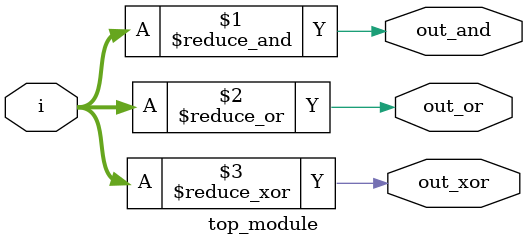
<source format=sv>
module top_module(
    input [99:0] i,
    output out_and,
    output out_or,
    output out_xor
  );

  assign out_and = & i[99:0];
  assign out_or  = | i[99:0];
  assign out_xor = ^ i[99:0];

`ifdef COCOTB_SIM

  initial
  begin
    $dumpfile ("top_module.vcd");
    $dumpvars (0, top_module);
    #1;
  end
`endif
endmodule

</source>
